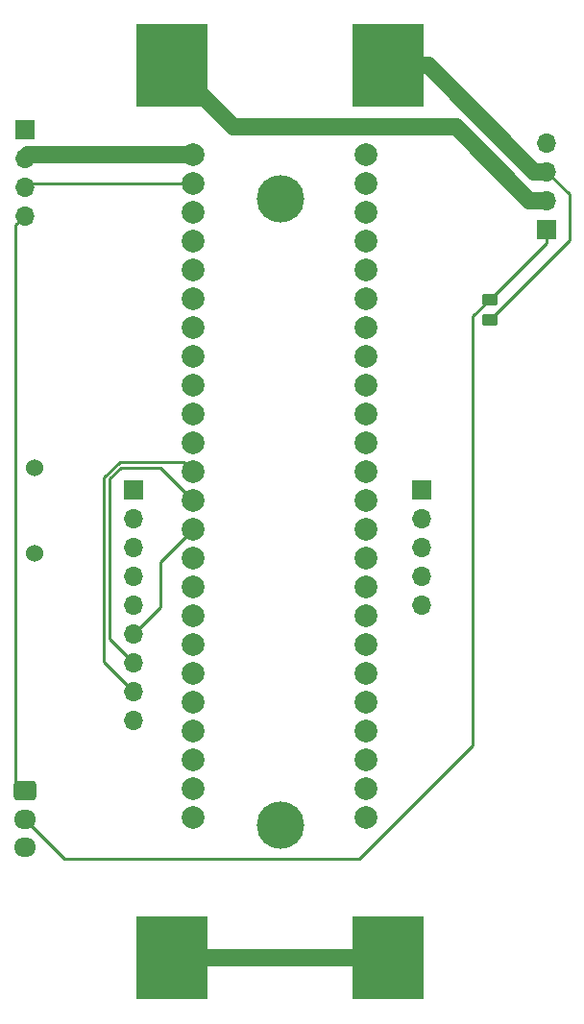
<source format=gbr>
%TF.GenerationSoftware,KiCad,Pcbnew,7.0.7*%
%TF.CreationDate,2024-05-20T18:34:11-04:00*%
%TF.ProjectId,LVPD-board_v2,4c565044-2d62-46f6-9172-645f76322e6b,rev?*%
%TF.SameCoordinates,Original*%
%TF.FileFunction,Copper,L2,Bot*%
%TF.FilePolarity,Positive*%
%FSLAX46Y46*%
G04 Gerber Fmt 4.6, Leading zero omitted, Abs format (unit mm)*
G04 Created by KiCad (PCBNEW 7.0.7) date 2024-05-20 18:34:11*
%MOMM*%
%LPD*%
G01*
G04 APERTURE LIST*
G04 Aperture macros list*
%AMRoundRect*
0 Rectangle with rounded corners*
0 $1 Rounding radius*
0 $2 $3 $4 $5 $6 $7 $8 $9 X,Y pos of 4 corners*
0 Add a 4 corners polygon primitive as box body*
4,1,4,$2,$3,$4,$5,$6,$7,$8,$9,$2,$3,0*
0 Add four circle primitives for the rounded corners*
1,1,$1+$1,$2,$3*
1,1,$1+$1,$4,$5*
1,1,$1+$1,$6,$7*
1,1,$1+$1,$8,$9*
0 Add four rect primitives between the rounded corners*
20,1,$1+$1,$2,$3,$4,$5,0*
20,1,$1+$1,$4,$5,$6,$7,0*
20,1,$1+$1,$6,$7,$8,$9,0*
20,1,$1+$1,$8,$9,$2,$3,0*%
G04 Aperture macros list end*
%TA.AperFunction,ComponentPad*%
%ADD10R,1.700000X1.700000*%
%TD*%
%TA.AperFunction,ComponentPad*%
%ADD11O,1.700000X1.700000*%
%TD*%
%TA.AperFunction,ComponentPad*%
%ADD12RoundRect,0.250000X-0.725000X0.600000X-0.725000X-0.600000X0.725000X-0.600000X0.725000X0.600000X0*%
%TD*%
%TA.AperFunction,ComponentPad*%
%ADD13O,1.950000X1.700000*%
%TD*%
%TA.AperFunction,ComponentPad*%
%ADD14C,1.524000*%
%TD*%
%TA.AperFunction,ComponentPad*%
%ADD15C,2.000000*%
%TD*%
%TA.AperFunction,WasherPad*%
%ADD16C,4.170000*%
%TD*%
%TA.AperFunction,SMDPad,CuDef*%
%ADD17R,6.350000X7.340000*%
%TD*%
%TA.AperFunction,SMDPad,CuDef*%
%ADD18RoundRect,0.250000X0.450000X-0.262500X0.450000X0.262500X-0.450000X0.262500X-0.450000X-0.262500X0*%
%TD*%
%TA.AperFunction,Conductor*%
%ADD19C,0.250000*%
%TD*%
%TA.AperFunction,Conductor*%
%ADD20C,1.500000*%
%TD*%
G04 APERTURE END LIST*
D10*
%TO.P,J4,1,Pin_1*%
%TO.N,/VCC*%
X115625000Y-90950000D03*
D11*
%TO.P,J4,2,Pin_2*%
%TO.N,GND*%
X115625000Y-93490000D03*
%TO.P,J4,3,Pin_3*%
%TO.N,unconnected-(J4-Pin_3-Pad3)*%
X115625000Y-96030000D03*
%TO.P,J4,4,Pin_4*%
%TO.N,/INT*%
X115625000Y-98570000D03*
%TO.P,J4,5,Pin_5*%
%TO.N,/SCK*%
X115625000Y-101110000D03*
%TO.P,J4,6,Pin_6*%
%TO.N,/MISO*%
X115625000Y-103650000D03*
%TO.P,J4,7,Pin_7*%
%TO.N,/MOSI*%
X115625000Y-106190000D03*
%TO.P,J4,8,Pin_8*%
%TO.N,/CS*%
X115625000Y-108730000D03*
%TO.P,J4,9,Pin_9*%
%TO.N,/RST*%
X115625000Y-111270000D03*
%TD*%
D10*
%TO.P,J1,1,Pin_1*%
%TO.N,/EN*%
X152000000Y-68000000D03*
D11*
%TO.P,J1,2,Pin_2*%
%TO.N,/VBAT*%
X152000000Y-65460000D03*
%TO.P,J1,3,Pin_3*%
%TO.N,GND*%
X152000000Y-62920000D03*
%TO.P,J1,4,Pin_4*%
%TO.N,/VCC*%
X152000000Y-60380000D03*
%TD*%
D12*
%TO.P,J2,1,Pin_1*%
%TO.N,/VSIG*%
X106025000Y-117500000D03*
D13*
%TO.P,J2,2,Pin_2*%
%TO.N,/EN*%
X106025000Y-120000000D03*
%TO.P,J2,3,Pin_3*%
%TO.N,GND*%
X106025000Y-122500000D03*
%TD*%
D14*
%TO.P,BZ1,1,-*%
%TO.N,Net-(BZ1--)*%
X106900000Y-96550000D03*
%TO.P,BZ1,2,+*%
%TO.N,GND*%
X106900000Y-89050000D03*
%TD*%
D10*
%TO.P,J3,1,Pin_1*%
%TO.N,/VCC*%
X106000000Y-59200000D03*
D11*
%TO.P,J3,2,Pin_2*%
%TO.N,GND*%
X106000000Y-61740000D03*
%TO.P,J3,3,Pin_3*%
%TO.N,Net-(J3-Pin_3)*%
X106000000Y-64280000D03*
%TO.P,J3,4,Pin_4*%
%TO.N,/VSIG*%
X106000000Y-66820000D03*
%TD*%
D15*
%TO.P,Teensy4.1,0,GND*%
%TO.N,GND*%
X120880000Y-61440000D03*
%TO.P,Teensy4.1,1,RX1*%
%TO.N,Net-(J3-Pin_3)*%
X120880000Y-63980000D03*
%TO.P,Teensy4.1,2,TX1*%
%TO.N,unconnected-(Teensy4.1-TX1-Pad2)*%
X120880000Y-66520000D03*
%TO.P,Teensy4.1,3,PWM*%
%TO.N,unconnected-(Teensy4.1-PWM-Pad3)*%
X120880000Y-69060000D03*
%TO.P,Teensy4.1,4,PWM*%
%TO.N,unconnected-(Teensy4.1-PWM-Pad4)*%
X120880000Y-71600000D03*
%TO.P,Teensy4.1,5,PWM*%
%TO.N,unconnected-(Teensy4.1-PWM-Pad5)*%
X120880000Y-74140000D03*
%TO.P,Teensy4.1,6,PWM*%
%TO.N,unconnected-(Teensy4.1-PWM-Pad6)*%
X120880000Y-76680000D03*
%TO.P,Teensy4.1,7,PWM*%
%TO.N,unconnected-(Teensy4.1-PWM-Pad7)*%
X120880000Y-79220000D03*
%TO.P,Teensy4.1,8,RX2*%
%TO.N,unconnected-(Teensy4.1-RX2-Pad8)*%
X120880000Y-81760000D03*
%TO.P,Teensy4.1,9,TX2*%
%TO.N,unconnected-(Teensy4.1-TX2-Pad9)*%
X120880000Y-84300000D03*
%TO.P,Teensy4.1,10,PWM*%
%TO.N,Net-(BZ1--)*%
X120880000Y-86840000D03*
%TO.P,Teensy4.1,11,CS*%
%TO.N,/CS*%
X120880000Y-89380000D03*
%TO.P,Teensy4.1,12,MOSI*%
%TO.N,/MOSI*%
X120880000Y-91920000D03*
%TO.P,Teensy4.1,13,MISO*%
%TO.N,/MISO*%
X120880000Y-94460000D03*
%TO.P,Teensy4.1,14,3.3V*%
%TO.N,unconnected-(Teensy4.1-3.3V-Pad14)*%
X120880000Y-97000000D03*
%TO.P,Teensy4.1,15,SCL2*%
%TO.N,unconnected-(Teensy4.1-SCL2-Pad15)*%
X120880000Y-99540000D03*
%TO.P,Teensy4.1,16,SDA2*%
%TO.N,unconnected-(Teensy4.1-SDA2-Pad16)*%
X120880000Y-102080000D03*
%TO.P,Teensy4.1,17,MOSI1*%
%TO.N,unconnected-(Teensy4.1-MOSI1-Pad17)*%
X120880000Y-104620000D03*
%TO.P,Teensy4.1,18,SCK1*%
%TO.N,unconnected-(Teensy4.1-SCK1-Pad18)*%
X120880000Y-107160000D03*
%TO.P,Teensy4.1,19,RX7*%
%TO.N,unconnected-(Teensy4.1-RX7-Pad19)*%
X120880000Y-109700000D03*
%TO.P,Teensy4.1,20,TX7*%
%TO.N,unconnected-(Teensy4.1-TX7-Pad20)*%
X120880000Y-112240000D03*
%TO.P,Teensy4.1,21,GPIO*%
%TO.N,unconnected-(Teensy4.1-GPIO-Pad21)*%
X120880000Y-114780000D03*
%TO.P,Teensy4.1,22,GPIO*%
%TO.N,unconnected-(Teensy4.1-GPIO-Pad22)*%
X120880000Y-117320000D03*
%TO.P,Teensy4.1,23,GPIO*%
%TO.N,unconnected-(Teensy4.1-GPIO-Pad23)*%
X120880000Y-119860000D03*
%TO.P,Teensy4.1,24,PWM*%
%TO.N,unconnected-(Teensy4.1-PWM-Pad24)*%
X136120000Y-119860000D03*
%TO.P,Teensy4.1,25,RX8*%
%TO.N,unconnected-(Teensy4.1-RX8-Pad25)*%
X136120000Y-117320000D03*
%TO.P,Teensy4.1,26,TX8*%
%TO.N,unconnected-(Teensy4.1-TX8-Pad26)*%
X136120000Y-114780000D03*
%TO.P,Teensy4.1,27,PWM*%
%TO.N,unconnected-(Teensy4.1-PWM-Pad27)*%
X136120000Y-112240000D03*
%TO.P,Teensy4.1,28,PWM*%
%TO.N,unconnected-(Teensy4.1-PWM-Pad28)*%
X136120000Y-109700000D03*
%TO.P,Teensy4.1,29,CS1*%
%TO.N,unconnected-(Teensy4.1-CS1-Pad29)*%
X136120000Y-107160000D03*
%TO.P,Teensy4.1,30,MISO*%
%TO.N,unconnected-(Teensy4.1-MISO-Pad30)*%
X136120000Y-104620000D03*
%TO.P,Teensy4.1,31,A16*%
%TO.N,unconnected-(Teensy4.1-A16-Pad31)*%
X136120000Y-102080000D03*
%TO.P,Teensy4.1,32,A17*%
%TO.N,unconnected-(Teensy4.1-A17-Pad32)*%
X136120000Y-99540000D03*
%TO.P,Teensy4.1,33,GND*%
%TO.N,unconnected-(Teensy4.1-GND-Pad33)*%
X136120000Y-97000000D03*
%TO.P,Teensy4.1,34,SCK*%
%TO.N,/SCK*%
X136120000Y-94460000D03*
%TO.P,Teensy4.1,35,A0*%
%TO.N,/INT*%
X136120000Y-91920000D03*
%TO.P,Teensy4.1,36,A1*%
%TO.N,/RST*%
X136120000Y-89380000D03*
%TO.P,Teensy4.1,37,A2*%
%TO.N,/FULL*%
X136120000Y-86840000D03*
%TO.P,Teensy4.1,38,A3*%
%TO.N,/NEPT*%
X136120000Y-84300000D03*
%TO.P,Teensy4.1,39,SDA*%
%TO.N,/LVL*%
X136120000Y-81760000D03*
%TO.P,Teensy4.1,40,SCL*%
%TO.N,unconnected-(Teensy4.1-SCL-Pad40)*%
X136120000Y-79220000D03*
%TO.P,Teensy4.1,41,TX5*%
%TO.N,unconnected-(Teensy4.1-TX5-Pad41)*%
X136120000Y-76680000D03*
%TO.P,Teensy4.1,42,RX5*%
%TO.N,unconnected-(Teensy4.1-RX5-Pad42)*%
X136120000Y-74140000D03*
%TO.P,Teensy4.1,43,PWM*%
%TO.N,unconnected-(Teensy4.1-PWM-Pad43)*%
X136120000Y-71600000D03*
%TO.P,Teensy4.1,44,PWM*%
%TO.N,unconnected-(Teensy4.1-PWM-Pad44)*%
X136120000Y-69060000D03*
%TO.P,Teensy4.1,45,3.3V*%
%TO.N,unconnected-(Teensy4.1-3.3V-Pad45)*%
X136120000Y-66520000D03*
%TO.P,Teensy4.1,46,GND*%
%TO.N,GND*%
X136120000Y-63980000D03*
%TO.P,Teensy4.1,47,Vin*%
%TO.N,/VCC*%
X136120000Y-61440000D03*
%TD*%
D10*
%TO.P,J5,1,Pin_1*%
%TO.N,/LVL*%
X141025000Y-90950000D03*
D11*
%TO.P,J5,2,Pin_2*%
%TO.N,/NEPT*%
X141025000Y-93490000D03*
%TO.P,J5,3,Pin_3*%
%TO.N,/FULL*%
X141025000Y-96030000D03*
%TO.P,J5,4,Pin_4*%
%TO.N,unconnected-(J5-Pin_4-Pad4)*%
X141025000Y-98570000D03*
%TO.P,J5,5,Pin_5*%
%TO.N,unconnected-(J5-Pin_5-Pad5)*%
X141025000Y-101110000D03*
%TD*%
D16*
%TO.P,BAT1,*%
%TO.N,*%
X128505000Y-65300000D03*
X128505000Y-120500000D03*
D17*
%TO.P,BAT1,1,+*%
%TO.N,/VBAT*%
X118950000Y-53570000D03*
%TO.P,BAT1,2,-*%
%TO.N,GND*%
X138060000Y-53570000D03*
%TO.P,BAT1,3,-*%
%TO.N,Net-(BAT1-+-Pad4)*%
X118950000Y-132230000D03*
%TO.P,BAT1,4,+*%
X138060000Y-132230000D03*
%TD*%
D18*
%TO.P,R1,1*%
%TO.N,GND*%
X147000000Y-76000000D03*
%TO.P,R1,2*%
%TO.N,/EN*%
X147000000Y-74175000D03*
%TD*%
D19*
%TO.N,/VSIG*%
X105200000Y-116675000D02*
X106025000Y-117500000D01*
X106000000Y-66820000D02*
X105200000Y-67620000D01*
X105200000Y-67620000D02*
X105200000Y-116675000D01*
D20*
%TO.N,/VBAT*%
X144000000Y-59000000D02*
X150460000Y-65460000D01*
X118950000Y-53570000D02*
X124380000Y-59000000D01*
X124380000Y-59000000D02*
X144000000Y-59000000D01*
D19*
X118950000Y-53570000D02*
X118890000Y-53570000D01*
D20*
X150460000Y-65460000D02*
X152000000Y-65460000D01*
D19*
%TO.N,GND*%
X154000000Y-64920000D02*
X152000000Y-62920000D01*
D20*
X120880000Y-61440000D02*
X106300000Y-61440000D01*
X138060000Y-53570000D02*
X141570000Y-53570000D01*
X141570000Y-53570000D02*
X150920000Y-62920000D01*
D19*
X154000000Y-69000000D02*
X154000000Y-64920000D01*
D20*
X106300000Y-61440000D02*
X106000000Y-61740000D01*
X150920000Y-62920000D02*
X152000000Y-62920000D01*
D19*
X147000000Y-76000000D02*
X154000000Y-69000000D01*
D20*
%TO.N,Net-(BAT1-+-Pad4)*%
X118950000Y-132230000D02*
X138060000Y-132230000D01*
D19*
%TO.N,/EN*%
X109525000Y-123500000D02*
X106025000Y-120000000D01*
X145500000Y-113500000D02*
X135500000Y-123500000D01*
X145500000Y-75675000D02*
X145500000Y-113500000D01*
X147000000Y-74175000D02*
X152000000Y-69175000D01*
X152000000Y-69175000D02*
X152000000Y-68000000D01*
X147000000Y-74175000D02*
X145500000Y-75675000D01*
X135500000Y-123500000D02*
X109525000Y-123500000D01*
%TO.N,/CS*%
X113000000Y-89863604D02*
X114363604Y-88500000D01*
X114363604Y-88500000D02*
X120000000Y-88500000D01*
X115625000Y-108730000D02*
X113000000Y-106105000D01*
X113000000Y-106105000D02*
X113000000Y-89863604D01*
X120000000Y-88500000D02*
X120880000Y-89380000D01*
%TO.N,/MOSI*%
X113500000Y-104065000D02*
X113500000Y-90000000D01*
X114500000Y-89000000D02*
X117960000Y-89000000D01*
X115625000Y-106190000D02*
X113500000Y-104065000D01*
X117960000Y-89000000D02*
X120880000Y-91920000D01*
X113500000Y-90000000D02*
X114500000Y-89000000D01*
%TO.N,/MISO*%
X118000000Y-101275000D02*
X118000000Y-97340000D01*
X115625000Y-103650000D02*
X118000000Y-101275000D01*
X118000000Y-97340000D02*
X120880000Y-94460000D01*
%TO.N,Net-(J3-Pin_3)*%
X106300000Y-63980000D02*
X106000000Y-64280000D01*
X120880000Y-63980000D02*
X106300000Y-63980000D01*
%TD*%
M02*

</source>
